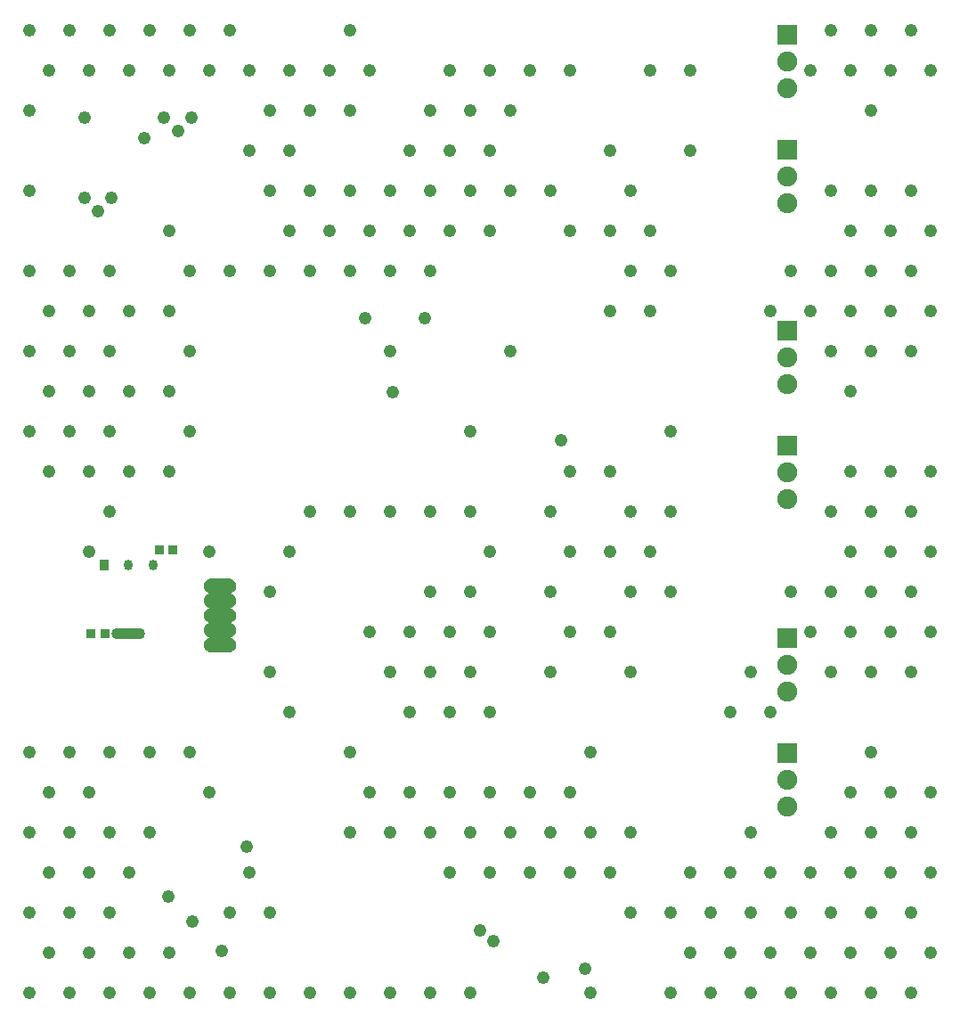
<source format=gbs>
G04*
G04 #@! TF.GenerationSoftware,Altium Limited,Altium Designer,24.7.2 (38)*
G04*
G04 Layer_Color=16711935*
%FSLAX44Y44*%
%MOMM*%
G71*
G04*
G04 #@! TF.SameCoordinates,FD71C0C7-8574-4FF8-A0B1-75ED19D4754F*
G04*
G04*
G04 #@! TF.FilePolarity,Negative*
G04*
G01*
G75*
G04:AMPARAMS|DCode=23|XSize=1.0043mm|YSize=3.1821mm|CornerRadius=0.4369mm|HoleSize=0mm|Usage=FLASHONLY|Rotation=270.000|XOffset=0mm|YOffset=0mm|HoleType=Round|Shape=RoundedRectangle|*
%AMROUNDEDRECTD23*
21,1,1.0043,2.3084,0,0,270.0*
21,1,0.1306,3.1821,0,0,270.0*
1,1,0.8737,-1.1542,-0.0653*
1,1,0.8737,-1.1542,0.0653*
1,1,0.8737,1.1542,0.0653*
1,1,0.8737,1.1542,-0.0653*
%
%ADD23ROUNDEDRECTD23*%
G04:AMPARAMS|DCode=24|XSize=1.0043mm|YSize=0.8721mm|CornerRadius=0.4361mm|HoleSize=0mm|Usage=FLASHONLY|Rotation=270.000|XOffset=0mm|YOffset=0mm|HoleType=Round|Shape=RoundedRectangle|*
%AMROUNDEDRECTD24*
21,1,1.0043,0.0000,0,0,270.0*
21,1,0.1322,0.8721,0,0,270.0*
1,1,0.8721,0.0000,-0.0661*
1,1,0.8721,0.0000,0.0661*
1,1,0.8721,0.0000,0.0661*
1,1,0.8721,0.0000,-0.0661*
%
%ADD24ROUNDEDRECTD24*%
%ADD25R,0.8721X1.0043*%
%ADD54R,0.9032X0.9032*%
%ADD74O,1.7272X1.3462*%
%ADD75R,1.9032X1.9032*%
%ADD76C,1.9032*%
%ADD77C,1.2192*%
G36*
X988365Y699263D02*
X988378Y699264D01*
X988431Y699259D01*
X988484Y699256D01*
X988498Y699253D01*
X988511Y699252D01*
X989459Y699101D01*
X989472Y699099D01*
X989485Y699097D01*
X989537Y699084D01*
X989588Y699072D01*
X989601Y699068D01*
X989614Y699064D01*
X990527Y698768D01*
X990539Y698763D01*
X990552Y698759D01*
X990601Y698738D01*
X990650Y698718D01*
X990662Y698712D01*
X990674Y698707D01*
X991529Y698271D01*
X991541Y698264D01*
X991553Y698259D01*
X991598Y698230D01*
X991644Y698203D01*
X991654Y698195D01*
X991665Y698187D01*
X992442Y697624D01*
X992452Y697615D01*
X992463Y697607D01*
X992503Y697572D01*
X992544Y697538D01*
X992553Y697529D01*
X992563Y697520D01*
X993242Y696841D01*
X993250Y696831D01*
X993260Y696822D01*
X993294Y696781D01*
X993329Y696741D01*
X993337Y696730D01*
X993345Y696720D01*
X993909Y695944D01*
X993916Y695932D01*
X993925Y695922D01*
X993952Y695876D01*
X993980Y695831D01*
X993986Y695819D01*
X993993Y695807D01*
X994428Y694952D01*
X994434Y694940D01*
X994440Y694928D01*
X994460Y694879D01*
X994481Y694830D01*
X994485Y694817D01*
X994490Y694805D01*
X994786Y693892D01*
X994789Y693879D01*
X994794Y693867D01*
X994806Y693815D01*
X994819Y693763D01*
X994820Y693750D01*
X994823Y693737D01*
X994974Y692789D01*
X994975Y692776D01*
X994977Y692763D01*
X994981Y692709D01*
X994986Y692656D01*
X994985Y692643D01*
X994986Y692630D01*
Y691670D01*
X994985Y691657D01*
X994986Y691644D01*
X994981Y691591D01*
X994977Y691537D01*
X994975Y691524D01*
X994974Y691511D01*
X994823Y690563D01*
X994820Y690550D01*
X994819Y690537D01*
X994806Y690485D01*
X994794Y690433D01*
X994789Y690421D01*
X994786Y690408D01*
X994490Y689495D01*
X994484Y689483D01*
X994481Y689470D01*
X994460Y689421D01*
X994440Y689372D01*
X994434Y689360D01*
X994428Y689348D01*
X993993Y688493D01*
X993986Y688481D01*
X993980Y688469D01*
X993952Y688424D01*
X993925Y688378D01*
X993916Y688368D01*
X993909Y688356D01*
X993345Y687580D01*
X993337Y687570D01*
X993329Y687559D01*
X993294Y687519D01*
X993260Y687478D01*
X993250Y687469D01*
X993242Y687459D01*
X992563Y686780D01*
X992553Y686771D01*
X992544Y686762D01*
X992503Y686728D01*
X992463Y686693D01*
X992452Y686685D01*
X992442Y686676D01*
X991665Y686113D01*
X991654Y686105D01*
X991644Y686097D01*
X991598Y686070D01*
X991553Y686041D01*
X991541Y686036D01*
X991529Y686029D01*
X990674Y685593D01*
X990662Y685588D01*
X990650Y685582D01*
X990601Y685562D01*
X990552Y685541D01*
X990539Y685537D01*
X990527Y685532D01*
X989614Y685236D01*
X989601Y685232D01*
X989588Y685228D01*
X989537Y685216D01*
X989485Y685203D01*
X989472Y685201D01*
X989459Y685199D01*
X989247Y685165D01*
X989459Y685132D01*
X989472Y685129D01*
X989485Y685127D01*
X989537Y685114D01*
X989588Y685102D01*
X989601Y685098D01*
X989614Y685094D01*
X990527Y684798D01*
X990539Y684793D01*
X990552Y684789D01*
X990601Y684768D01*
X990650Y684748D01*
X990662Y684742D01*
X990674Y684737D01*
X991529Y684301D01*
X991541Y684294D01*
X991553Y684288D01*
X991598Y684260D01*
X991644Y684233D01*
X991654Y684225D01*
X991665Y684218D01*
X992442Y683653D01*
X992452Y683645D01*
X992463Y683637D01*
X992503Y683602D01*
X992544Y683568D01*
X992553Y683559D01*
X992563Y683550D01*
X993242Y682871D01*
X993250Y682861D01*
X993260Y682852D01*
X993294Y682811D01*
X993329Y682771D01*
X993337Y682760D01*
X993345Y682750D01*
X993909Y681973D01*
X993916Y681962D01*
X993925Y681952D01*
X993952Y681906D01*
X993980Y681861D01*
X993986Y681849D01*
X993993Y681837D01*
X994428Y680982D01*
X994434Y680970D01*
X994440Y680958D01*
X994460Y680909D01*
X994481Y680860D01*
X994485Y680847D01*
X994490Y680835D01*
X994786Y679922D01*
X994789Y679909D01*
X994794Y679897D01*
X994806Y679845D01*
X994819Y679793D01*
X994820Y679780D01*
X994823Y679767D01*
X994974Y678819D01*
X994975Y678806D01*
X994977Y678793D01*
X994981Y678739D01*
X994986Y678686D01*
X994985Y678673D01*
X994986Y678660D01*
Y677700D01*
X994985Y677687D01*
X994986Y677674D01*
X994981Y677621D01*
X994977Y677567D01*
X994975Y677554D01*
X994974Y677541D01*
X994823Y676593D01*
X994820Y676580D01*
X994819Y676567D01*
X994806Y676515D01*
X994794Y676463D01*
X994789Y676451D01*
X994786Y676438D01*
X994490Y675525D01*
X994484Y675513D01*
X994481Y675500D01*
X994460Y675451D01*
X994440Y675402D01*
X994434Y675390D01*
X994428Y675378D01*
X993993Y674523D01*
X993986Y674511D01*
X993980Y674499D01*
X993952Y674454D01*
X993925Y674408D01*
X993916Y674398D01*
X993909Y674387D01*
X993345Y673610D01*
X993337Y673600D01*
X993329Y673589D01*
X993294Y673549D01*
X993260Y673508D01*
X993250Y673499D01*
X993242Y673489D01*
X992563Y672810D01*
X992553Y672801D01*
X992544Y672792D01*
X992503Y672758D01*
X992463Y672722D01*
X992452Y672715D01*
X992442Y672707D01*
X991665Y672142D01*
X991654Y672135D01*
X991644Y672127D01*
X991598Y672100D01*
X991553Y672072D01*
X991541Y672066D01*
X991529Y672059D01*
X990674Y671623D01*
X990662Y671618D01*
X990650Y671612D01*
X990601Y671592D01*
X990552Y671571D01*
X990539Y671567D01*
X990527Y671562D01*
X989614Y671266D01*
X989601Y671263D01*
X989588Y671258D01*
X989537Y671246D01*
X989485Y671233D01*
X989472Y671231D01*
X989459Y671228D01*
X989247Y671195D01*
X989459Y671161D01*
X989472Y671159D01*
X989485Y671157D01*
X989537Y671144D01*
X989588Y671132D01*
X989601Y671127D01*
X989614Y671124D01*
X990527Y670828D01*
X990539Y670823D01*
X990552Y670819D01*
X990601Y670798D01*
X990650Y670778D01*
X990662Y670772D01*
X990674Y670767D01*
X991529Y670331D01*
X991541Y670324D01*
X991553Y670319D01*
X991598Y670290D01*
X991644Y670263D01*
X991654Y670255D01*
X991665Y670247D01*
X992442Y669684D01*
X992452Y669675D01*
X992463Y669668D01*
X992503Y669632D01*
X992544Y669598D01*
X992553Y669589D01*
X992563Y669580D01*
X993242Y668901D01*
X993250Y668891D01*
X993260Y668882D01*
X993294Y668841D01*
X993329Y668801D01*
X993337Y668790D01*
X993345Y668780D01*
X993909Y668003D01*
X993916Y667992D01*
X993925Y667982D01*
X993952Y667936D01*
X993980Y667891D01*
X993986Y667879D01*
X993993Y667867D01*
X994428Y667012D01*
X994434Y667000D01*
X994440Y666988D01*
X994460Y666939D01*
X994481Y666890D01*
X994485Y666877D01*
X994490Y666865D01*
X994786Y665952D01*
X994789Y665939D01*
X994794Y665927D01*
X994806Y665875D01*
X994819Y665823D01*
X994820Y665810D01*
X994823Y665797D01*
X994974Y664849D01*
X994975Y664836D01*
X994977Y664823D01*
X994981Y664769D01*
X994986Y664716D01*
X994985Y664703D01*
X994986Y664690D01*
Y663730D01*
X994985Y663717D01*
X994986Y663704D01*
X994981Y663651D01*
X994977Y663597D01*
X994975Y663584D01*
X994974Y663571D01*
X994823Y662623D01*
X994820Y662610D01*
X994819Y662597D01*
X994806Y662545D01*
X994794Y662493D01*
X994789Y662481D01*
X994786Y662468D01*
X994490Y661555D01*
X994484Y661543D01*
X994481Y661530D01*
X994460Y661481D01*
X994440Y661432D01*
X994434Y661420D01*
X994428Y661408D01*
X993993Y660553D01*
X993986Y660541D01*
X993980Y660529D01*
X993952Y660484D01*
X993925Y660438D01*
X993916Y660428D01*
X993909Y660416D01*
X993345Y659640D01*
X993337Y659630D01*
X993329Y659619D01*
X993294Y659579D01*
X993260Y659538D01*
X993250Y659529D01*
X993242Y659519D01*
X992563Y658840D01*
X992553Y658831D01*
X992544Y658822D01*
X992503Y658788D01*
X992463Y658753D01*
X992452Y658745D01*
X992442Y658736D01*
X991665Y658173D01*
X991654Y658165D01*
X991644Y658157D01*
X991598Y658130D01*
X991553Y658102D01*
X991541Y658096D01*
X991529Y658089D01*
X990674Y657653D01*
X990662Y657648D01*
X990650Y657642D01*
X990601Y657622D01*
X990552Y657601D01*
X990539Y657597D01*
X990527Y657592D01*
X989614Y657296D01*
X989601Y657292D01*
X989588Y657288D01*
X989537Y657276D01*
X989485Y657263D01*
X989472Y657261D01*
X989459Y657259D01*
X989247Y657225D01*
X989459Y657191D01*
X989472Y657189D01*
X989485Y657187D01*
X989537Y657174D01*
X989588Y657162D01*
X989601Y657158D01*
X989614Y657154D01*
X990527Y656858D01*
X990539Y656853D01*
X990552Y656849D01*
X990601Y656828D01*
X990650Y656808D01*
X990662Y656802D01*
X990674Y656797D01*
X991529Y656361D01*
X991541Y656354D01*
X991553Y656348D01*
X991598Y656320D01*
X991644Y656293D01*
X991654Y656285D01*
X991665Y656277D01*
X992442Y655714D01*
X992452Y655705D01*
X992463Y655697D01*
X992503Y655662D01*
X992544Y655628D01*
X992553Y655619D01*
X992563Y655610D01*
X993242Y654931D01*
X993250Y654921D01*
X993260Y654912D01*
X993294Y654871D01*
X993329Y654831D01*
X993337Y654820D01*
X993345Y654810D01*
X993909Y654034D01*
X993916Y654022D01*
X993925Y654012D01*
X993952Y653966D01*
X993980Y653921D01*
X993986Y653909D01*
X993993Y653897D01*
X994428Y653042D01*
X994434Y653030D01*
X994440Y653018D01*
X994460Y652969D01*
X994481Y652920D01*
X994485Y652907D01*
X994490Y652895D01*
X994786Y651982D01*
X994789Y651969D01*
X994794Y651957D01*
X994806Y651905D01*
X994819Y651853D01*
X994820Y651840D01*
X994823Y651827D01*
X994974Y650879D01*
X994975Y650866D01*
X994977Y650853D01*
X994981Y650799D01*
X994986Y650746D01*
X994985Y650733D01*
X994986Y650720D01*
Y649760D01*
X994985Y649747D01*
X994986Y649734D01*
X994981Y649681D01*
X994977Y649627D01*
X994975Y649614D01*
X994974Y649601D01*
X994823Y648653D01*
X994820Y648640D01*
X994819Y648627D01*
X994806Y648575D01*
X994794Y648523D01*
X994789Y648511D01*
X994786Y648498D01*
X994490Y647585D01*
X994484Y647573D01*
X994481Y647560D01*
X994460Y647511D01*
X994440Y647462D01*
X994434Y647450D01*
X994428Y647438D01*
X993993Y646583D01*
X993986Y646571D01*
X993980Y646559D01*
X993952Y646514D01*
X993925Y646468D01*
X993916Y646458D01*
X993909Y646447D01*
X993345Y645670D01*
X993337Y645660D01*
X993329Y645649D01*
X993294Y645609D01*
X993260Y645568D01*
X993250Y645559D01*
X993242Y645549D01*
X992563Y644870D01*
X992553Y644861D01*
X992544Y644852D01*
X992503Y644818D01*
X992463Y644782D01*
X992452Y644775D01*
X992442Y644766D01*
X991665Y644202D01*
X991654Y644195D01*
X991644Y644187D01*
X991598Y644160D01*
X991553Y644131D01*
X991541Y644126D01*
X991529Y644119D01*
X990674Y643683D01*
X990662Y643678D01*
X990650Y643672D01*
X990601Y643652D01*
X990552Y643631D01*
X990539Y643627D01*
X990527Y643622D01*
X989614Y643326D01*
X989601Y643323D01*
X989588Y643318D01*
X989537Y643306D01*
X989485Y643293D01*
X989472Y643291D01*
X989459Y643288D01*
X989247Y643255D01*
X989459Y643222D01*
X989472Y643219D01*
X989485Y643217D01*
X989537Y643204D01*
X989588Y643192D01*
X989601Y643187D01*
X989614Y643184D01*
X990527Y642888D01*
X990539Y642883D01*
X990552Y642879D01*
X990601Y642858D01*
X990650Y642838D01*
X990662Y642832D01*
X990674Y642827D01*
X991529Y642391D01*
X991541Y642384D01*
X991553Y642378D01*
X991598Y642350D01*
X991644Y642323D01*
X991654Y642315D01*
X991665Y642308D01*
X992442Y641743D01*
X992452Y641735D01*
X992463Y641728D01*
X992503Y641692D01*
X992544Y641658D01*
X992553Y641649D01*
X992563Y641640D01*
X993242Y640961D01*
X993250Y640951D01*
X993260Y640942D01*
X993294Y640901D01*
X993329Y640861D01*
X993337Y640850D01*
X993345Y640840D01*
X993909Y640063D01*
X993916Y640052D01*
X993925Y640042D01*
X993952Y639996D01*
X993980Y639951D01*
X993986Y639939D01*
X993993Y639927D01*
X994428Y639072D01*
X994434Y639060D01*
X994440Y639048D01*
X994460Y638999D01*
X994481Y638950D01*
X994485Y638937D01*
X994490Y638925D01*
X994786Y638012D01*
X994789Y637999D01*
X994794Y637987D01*
X994806Y637935D01*
X994819Y637883D01*
X994820Y637870D01*
X994823Y637857D01*
X994974Y636909D01*
X994975Y636896D01*
X994977Y636883D01*
X994981Y636829D01*
X994986Y636776D01*
X994985Y636763D01*
X994986Y636750D01*
Y635790D01*
X994985Y635777D01*
X994986Y635764D01*
X994981Y635711D01*
X994977Y635657D01*
X994975Y635644D01*
X994974Y635631D01*
X994823Y634683D01*
X994820Y634670D01*
X994819Y634657D01*
X994806Y634605D01*
X994794Y634553D01*
X994789Y634541D01*
X994786Y634528D01*
X994490Y633615D01*
X994484Y633603D01*
X994481Y633590D01*
X994460Y633541D01*
X994440Y633492D01*
X994434Y633480D01*
X994428Y633468D01*
X993993Y632613D01*
X993986Y632601D01*
X993980Y632589D01*
X993952Y632544D01*
X993925Y632498D01*
X993916Y632488D01*
X993909Y632477D01*
X993345Y631700D01*
X993337Y631690D01*
X993329Y631679D01*
X993294Y631639D01*
X993260Y631598D01*
X993250Y631589D01*
X993242Y631579D01*
X992563Y630900D01*
X992553Y630891D01*
X992544Y630882D01*
X992503Y630848D01*
X992463Y630812D01*
X992452Y630805D01*
X992442Y630797D01*
X991665Y630233D01*
X991654Y630225D01*
X991644Y630217D01*
X991598Y630190D01*
X991553Y630162D01*
X991541Y630156D01*
X991529Y630149D01*
X990674Y629713D01*
X990662Y629708D01*
X990650Y629702D01*
X990601Y629682D01*
X990552Y629661D01*
X990539Y629657D01*
X990527Y629652D01*
X989614Y629356D01*
X989601Y629352D01*
X989588Y629348D01*
X989537Y629336D01*
X989485Y629323D01*
X989472Y629321D01*
X989459Y629319D01*
X988511Y629168D01*
X988498Y629167D01*
X988484Y629165D01*
X988431Y629161D01*
X988378Y629156D01*
X988365Y629157D01*
X988352Y629156D01*
X970882D01*
X970869Y629157D01*
X970855Y629156D01*
X970803Y629161D01*
X970749Y629165D01*
X970736Y629167D01*
X970723Y629168D01*
X969775Y629319D01*
X969762Y629321D01*
X969749Y629323D01*
X969697Y629336D01*
X969645Y629348D01*
X969633Y629352D01*
X969620Y629356D01*
X968707Y629652D01*
X968695Y629657D01*
X968682Y629661D01*
X968633Y629682D01*
X968584Y629702D01*
X968572Y629708D01*
X968559Y629713D01*
X967705Y630149D01*
X967693Y630156D01*
X967681Y630162D01*
X967636Y630190D01*
X967590Y630217D01*
X967580Y630225D01*
X967568Y630233D01*
X966792Y630797D01*
X966782Y630805D01*
X966771Y630812D01*
X966730Y630848D01*
X966690Y630882D01*
X966681Y630891D01*
X966671Y630900D01*
X965992Y631579D01*
X965983Y631589D01*
X965974Y631598D01*
X965940Y631639D01*
X965904Y631679D01*
X965897Y631690D01*
X965888Y631700D01*
X965324Y632477D01*
X965317Y632488D01*
X965309Y632498D01*
X965282Y632544D01*
X965253Y632589D01*
X965248Y632601D01*
X965241Y632613D01*
X964805Y633468D01*
X964800Y633480D01*
X964793Y633492D01*
X964774Y633541D01*
X964753Y633590D01*
X964749Y633603D01*
X964744Y633615D01*
X964448Y634528D01*
X964444Y634541D01*
X964440Y634553D01*
X964428Y634605D01*
X964415Y634657D01*
X964413Y634670D01*
X964410Y634683D01*
X964260Y635631D01*
X964259Y635644D01*
X964256Y635657D01*
X964253Y635711D01*
X964248Y635764D01*
X964249Y635777D01*
X964248Y635790D01*
Y636750D01*
X964249Y636763D01*
X964248Y636776D01*
X964253Y636829D01*
X964256Y636883D01*
X964259Y636896D01*
X964260Y636909D01*
X964410Y637857D01*
X964413Y637870D01*
X964415Y637883D01*
X964428Y637935D01*
X964440Y637987D01*
X964444Y637999D01*
X964448Y638012D01*
X964744Y638925D01*
X964749Y638937D01*
X964753Y638950D01*
X964774Y638999D01*
X964793Y639048D01*
X964800Y639060D01*
X964805Y639072D01*
X965241Y639927D01*
X965248Y639939D01*
X965253Y639951D01*
X965282Y639996D01*
X965309Y640042D01*
X965317Y640052D01*
X965324Y640063D01*
X965888Y640840D01*
X965897Y640850D01*
X965904Y640861D01*
X965940Y640901D01*
X965974Y640942D01*
X965983Y640951D01*
X965992Y640961D01*
X966671Y641640D01*
X966681Y641649D01*
X966690Y641658D01*
X966730Y641692D01*
X966771Y641728D01*
X966782Y641735D01*
X966792Y641743D01*
X967568Y642308D01*
X967580Y642315D01*
X967590Y642323D01*
X967636Y642350D01*
X967681Y642378D01*
X967693Y642384D01*
X967705Y642391D01*
X968559Y642827D01*
X968572Y642832D01*
X968584Y642838D01*
X968633Y642858D01*
X968682Y642879D01*
X968695Y642883D01*
X968707Y642888D01*
X969620Y643184D01*
X969633Y643187D01*
X969645Y643192D01*
X969697Y643204D01*
X969749Y643217D01*
X969762Y643219D01*
X969775Y643222D01*
X969986Y643255D01*
X969775Y643288D01*
X969762Y643291D01*
X969749Y643293D01*
X969697Y643306D01*
X969645Y643318D01*
X969633Y643323D01*
X969620Y643326D01*
X968707Y643622D01*
X968695Y643627D01*
X968682Y643631D01*
X968633Y643652D01*
X968584Y643672D01*
X968572Y643678D01*
X968559Y643683D01*
X967705Y644119D01*
X967693Y644126D01*
X967681Y644131D01*
X967636Y644160D01*
X967590Y644187D01*
X967580Y644195D01*
X967568Y644202D01*
X966792Y644766D01*
X966782Y644775D01*
X966771Y644782D01*
X966730Y644818D01*
X966690Y644852D01*
X966681Y644861D01*
X966671Y644870D01*
X965992Y645549D01*
X965983Y645559D01*
X965974Y645568D01*
X965940Y645609D01*
X965904Y645649D01*
X965897Y645660D01*
X965888Y645670D01*
X965324Y646447D01*
X965317Y646458D01*
X965309Y646468D01*
X965282Y646514D01*
X965253Y646559D01*
X965248Y646571D01*
X965241Y646583D01*
X964805Y647438D01*
X964800Y647450D01*
X964793Y647462D01*
X964774Y647511D01*
X964753Y647560D01*
X964749Y647573D01*
X964744Y647585D01*
X964448Y648498D01*
X964444Y648511D01*
X964440Y648523D01*
X964428Y648575D01*
X964415Y648627D01*
X964413Y648640D01*
X964410Y648653D01*
X964260Y649601D01*
X964259Y649614D01*
X964256Y649627D01*
X964253Y649681D01*
X964248Y649734D01*
X964249Y649747D01*
X964248Y649760D01*
Y650720D01*
X964249Y650733D01*
X964248Y650746D01*
X964253Y650799D01*
X964256Y650853D01*
X964259Y650866D01*
X964260Y650879D01*
X964410Y651827D01*
X964413Y651840D01*
X964415Y651853D01*
X964428Y651905D01*
X964440Y651957D01*
X964444Y651969D01*
X964448Y651982D01*
X964744Y652895D01*
X964749Y652907D01*
X964753Y652920D01*
X964774Y652969D01*
X964793Y653018D01*
X964800Y653030D01*
X964805Y653042D01*
X965241Y653897D01*
X965248Y653909D01*
X965253Y653921D01*
X965282Y653966D01*
X965309Y654012D01*
X965317Y654022D01*
X965324Y654034D01*
X965888Y654810D01*
X965897Y654820D01*
X965904Y654831D01*
X965940Y654871D01*
X965974Y654912D01*
X965983Y654921D01*
X965992Y654931D01*
X966671Y655610D01*
X966681Y655619D01*
X966690Y655628D01*
X966730Y655662D01*
X966771Y655697D01*
X966782Y655705D01*
X966792Y655714D01*
X967568Y656277D01*
X967580Y656285D01*
X967590Y656293D01*
X967636Y656320D01*
X967681Y656348D01*
X967693Y656354D01*
X967705Y656361D01*
X968559Y656797D01*
X968572Y656802D01*
X968584Y656808D01*
X968633Y656828D01*
X968682Y656849D01*
X968695Y656853D01*
X968707Y656858D01*
X969620Y657154D01*
X969633Y657158D01*
X969645Y657162D01*
X969697Y657174D01*
X969749Y657187D01*
X969762Y657189D01*
X969775Y657191D01*
X969986Y657225D01*
X969775Y657259D01*
X969762Y657261D01*
X969749Y657263D01*
X969697Y657276D01*
X969645Y657288D01*
X969633Y657292D01*
X969620Y657296D01*
X968707Y657592D01*
X968695Y657597D01*
X968682Y657601D01*
X968633Y657622D01*
X968584Y657642D01*
X968572Y657648D01*
X968559Y657653D01*
X967705Y658089D01*
X967693Y658096D01*
X967681Y658102D01*
X967636Y658130D01*
X967590Y658157D01*
X967580Y658165D01*
X967568Y658173D01*
X966792Y658736D01*
X966782Y658745D01*
X966771Y658753D01*
X966730Y658788D01*
X966690Y658822D01*
X966681Y658831D01*
X966671Y658840D01*
X965992Y659519D01*
X965983Y659529D01*
X965974Y659538D01*
X965940Y659579D01*
X965904Y659619D01*
X965897Y659630D01*
X965888Y659640D01*
X965324Y660416D01*
X965317Y660428D01*
X965309Y660438D01*
X965282Y660484D01*
X965253Y660529D01*
X965248Y660541D01*
X965241Y660553D01*
X964805Y661408D01*
X964800Y661420D01*
X964793Y661432D01*
X964774Y661481D01*
X964753Y661530D01*
X964749Y661543D01*
X964744Y661555D01*
X964448Y662468D01*
X964444Y662481D01*
X964440Y662493D01*
X964428Y662545D01*
X964415Y662597D01*
X964413Y662610D01*
X964410Y662623D01*
X964260Y663571D01*
X964259Y663584D01*
X964256Y663597D01*
X964253Y663651D01*
X964248Y663704D01*
X964249Y663717D01*
X964248Y663730D01*
Y664690D01*
X964249Y664703D01*
X964248Y664716D01*
X964253Y664769D01*
X964256Y664823D01*
X964259Y664836D01*
X964260Y664849D01*
X964410Y665797D01*
X964413Y665810D01*
X964415Y665823D01*
X964428Y665875D01*
X964440Y665927D01*
X964444Y665939D01*
X964448Y665952D01*
X964744Y666865D01*
X964749Y666877D01*
X964753Y666890D01*
X964774Y666939D01*
X964793Y666988D01*
X964800Y667000D01*
X964805Y667012D01*
X965241Y667867D01*
X965248Y667879D01*
X965253Y667891D01*
X965282Y667936D01*
X965309Y667982D01*
X965317Y667992D01*
X965324Y668003D01*
X965888Y668780D01*
X965897Y668790D01*
X965904Y668801D01*
X965940Y668841D01*
X965974Y668882D01*
X965983Y668891D01*
X965992Y668901D01*
X966671Y669580D01*
X966681Y669589D01*
X966690Y669598D01*
X966730Y669632D01*
X966771Y669668D01*
X966782Y669675D01*
X966792Y669684D01*
X967568Y670247D01*
X967580Y670255D01*
X967590Y670263D01*
X967636Y670290D01*
X967681Y670319D01*
X967693Y670324D01*
X967705Y670331D01*
X968559Y670767D01*
X968572Y670772D01*
X968584Y670778D01*
X968633Y670798D01*
X968682Y670819D01*
X968695Y670823D01*
X968707Y670828D01*
X969620Y671124D01*
X969633Y671127D01*
X969645Y671132D01*
X969697Y671144D01*
X969749Y671157D01*
X969762Y671159D01*
X969775Y671161D01*
X969986Y671195D01*
X969775Y671228D01*
X969762Y671231D01*
X969749Y671233D01*
X969697Y671246D01*
X969645Y671258D01*
X969633Y671263D01*
X969620Y671266D01*
X968707Y671562D01*
X968695Y671567D01*
X968682Y671571D01*
X968633Y671592D01*
X968584Y671612D01*
X968572Y671618D01*
X968559Y671623D01*
X967705Y672059D01*
X967693Y672066D01*
X967681Y672072D01*
X967636Y672100D01*
X967590Y672127D01*
X967580Y672135D01*
X967568Y672142D01*
X966792Y672707D01*
X966782Y672715D01*
X966771Y672722D01*
X966730Y672758D01*
X966690Y672792D01*
X966681Y672801D01*
X966671Y672810D01*
X965992Y673489D01*
X965983Y673499D01*
X965974Y673508D01*
X965940Y673549D01*
X965904Y673589D01*
X965897Y673600D01*
X965888Y673610D01*
X965324Y674387D01*
X965317Y674398D01*
X965309Y674408D01*
X965282Y674454D01*
X965253Y674499D01*
X965248Y674511D01*
X965241Y674523D01*
X964805Y675378D01*
X964800Y675390D01*
X964793Y675402D01*
X964774Y675451D01*
X964753Y675500D01*
X964749Y675513D01*
X964744Y675525D01*
X964448Y676438D01*
X964444Y676451D01*
X964440Y676463D01*
X964428Y676515D01*
X964415Y676567D01*
X964413Y676580D01*
X964410Y676593D01*
X964260Y677541D01*
X964259Y677554D01*
X964256Y677567D01*
X964253Y677621D01*
X964248Y677674D01*
X964249Y677687D01*
X964248Y677700D01*
Y678660D01*
X964249Y678673D01*
X964248Y678686D01*
X964253Y678739D01*
X964256Y678793D01*
X964259Y678806D01*
X964260Y678819D01*
X964410Y679767D01*
X964413Y679780D01*
X964415Y679793D01*
X964428Y679845D01*
X964440Y679897D01*
X964444Y679909D01*
X964448Y679922D01*
X964744Y680835D01*
X964749Y680847D01*
X964753Y680860D01*
X964774Y680909D01*
X964793Y680958D01*
X964800Y680970D01*
X964805Y680982D01*
X965241Y681837D01*
X965248Y681849D01*
X965253Y681861D01*
X965282Y681906D01*
X965309Y681952D01*
X965317Y681962D01*
X965324Y681973D01*
X965888Y682750D01*
X965897Y682760D01*
X965904Y682771D01*
X965940Y682811D01*
X965974Y682852D01*
X965983Y682861D01*
X965992Y682871D01*
X966671Y683550D01*
X966681Y683559D01*
X966690Y683568D01*
X966730Y683602D01*
X966771Y683637D01*
X966782Y683645D01*
X966792Y683653D01*
X967568Y684218D01*
X967580Y684225D01*
X967590Y684233D01*
X967636Y684260D01*
X967681Y684288D01*
X967693Y684294D01*
X967705Y684301D01*
X968559Y684737D01*
X968572Y684742D01*
X968584Y684748D01*
X968633Y684768D01*
X968682Y684789D01*
X968695Y684793D01*
X968707Y684798D01*
X969620Y685094D01*
X969633Y685098D01*
X969645Y685102D01*
X969697Y685114D01*
X969749Y685127D01*
X969762Y685129D01*
X969775Y685132D01*
X969986Y685165D01*
X969775Y685199D01*
X969762Y685201D01*
X969749Y685203D01*
X969697Y685216D01*
X969645Y685228D01*
X969633Y685232D01*
X969620Y685236D01*
X968707Y685532D01*
X968695Y685537D01*
X968682Y685541D01*
X968633Y685562D01*
X968584Y685582D01*
X968572Y685588D01*
X968559Y685593D01*
X967705Y686029D01*
X967693Y686036D01*
X967681Y686041D01*
X967636Y686070D01*
X967590Y686097D01*
X967580Y686105D01*
X967568Y686113D01*
X966792Y686676D01*
X966782Y686685D01*
X966771Y686693D01*
X966730Y686728D01*
X966690Y686762D01*
X966681Y686771D01*
X966671Y686780D01*
X965992Y687459D01*
X965983Y687469D01*
X965974Y687478D01*
X965940Y687519D01*
X965904Y687559D01*
X965897Y687570D01*
X965888Y687580D01*
X965324Y688356D01*
X965317Y688368D01*
X965309Y688378D01*
X965282Y688424D01*
X965253Y688469D01*
X965248Y688481D01*
X965241Y688493D01*
X964805Y689348D01*
X964800Y689360D01*
X964793Y689372D01*
X964774Y689421D01*
X964753Y689470D01*
X964749Y689483D01*
X964744Y689495D01*
X964448Y690408D01*
X964444Y690421D01*
X964440Y690433D01*
X964428Y690485D01*
X964415Y690537D01*
X964413Y690550D01*
X964410Y690563D01*
X964260Y691511D01*
X964259Y691524D01*
X964256Y691537D01*
X964253Y691591D01*
X964248Y691644D01*
X964249Y691657D01*
X964248Y691670D01*
Y692630D01*
X964249Y692643D01*
X964248Y692656D01*
X964253Y692709D01*
X964256Y692763D01*
X964259Y692776D01*
X964260Y692789D01*
X964410Y693737D01*
X964413Y693750D01*
X964415Y693763D01*
X964428Y693815D01*
X964440Y693867D01*
X964444Y693879D01*
X964448Y693892D01*
X964744Y694805D01*
X964749Y694817D01*
X964753Y694830D01*
X964774Y694879D01*
X964793Y694928D01*
X964800Y694940D01*
X964805Y694952D01*
X965241Y695807D01*
X965248Y695819D01*
X965253Y695831D01*
X965282Y695876D01*
X965309Y695922D01*
X965317Y695932D01*
X965324Y695944D01*
X965888Y696720D01*
X965897Y696730D01*
X965904Y696741D01*
X965940Y696781D01*
X965974Y696822D01*
X965983Y696831D01*
X965992Y696841D01*
X966671Y697520D01*
X966681Y697529D01*
X966690Y697538D01*
X966730Y697572D01*
X966771Y697607D01*
X966782Y697615D01*
X966792Y697624D01*
X967568Y698187D01*
X967580Y698195D01*
X967590Y698203D01*
X967636Y698230D01*
X967681Y698259D01*
X967693Y698264D01*
X967705Y698271D01*
X968559Y698707D01*
X968572Y698712D01*
X968584Y698718D01*
X968633Y698738D01*
X968682Y698759D01*
X968695Y698763D01*
X968707Y698768D01*
X969620Y699064D01*
X969633Y699068D01*
X969645Y699072D01*
X969697Y699084D01*
X969749Y699097D01*
X969762Y699099D01*
X969775Y699101D01*
X970723Y699252D01*
X970736Y699253D01*
X970749Y699256D01*
X970803Y699259D01*
X970855Y699264D01*
X970869Y699263D01*
X970882Y699264D01*
X988352D01*
X988365Y699263D01*
D02*
G37*
D23*
X892810Y646430D02*
D03*
D24*
Y712330D02*
D03*
X915710D02*
D03*
D25*
X869910D02*
D03*
D54*
X934870Y726440D02*
D03*
X921870D02*
D03*
X857100Y646430D02*
D03*
X870100D02*
D03*
D74*
X973328Y636270D02*
D03*
Y650240D02*
D03*
Y664210D02*
D03*
Y678180D02*
D03*
Y692150D02*
D03*
D75*
X1518920Y1215690D02*
D03*
Y1106370D02*
D03*
Y934920D02*
D03*
Y825500D02*
D03*
Y642820D02*
D03*
Y533600D02*
D03*
D76*
Y1190190D02*
D03*
Y1164690D02*
D03*
Y1080870D02*
D03*
Y1055370D02*
D03*
Y909420D02*
D03*
Y883920D02*
D03*
Y800000D02*
D03*
Y774500D02*
D03*
Y617320D02*
D03*
Y591820D02*
D03*
Y508100D02*
D03*
Y482600D02*
D03*
D77*
X1143986Y876498D02*
D03*
X1174750Y946150D02*
D03*
X1117600D02*
D03*
X908050Y1117600D02*
D03*
X850900Y1136650D02*
D03*
X863600Y1047750D02*
D03*
X876300Y1060450D02*
D03*
X850900D02*
D03*
X939800Y1123950D02*
D03*
X952500Y1136650D02*
D03*
X926147Y1136839D02*
D03*
X1239520Y354330D02*
D03*
X1226820Y364490D02*
D03*
X1005079Y444153D02*
D03*
X1303529Y830233D02*
D03*
X980949Y345093D02*
D03*
X953009Y373033D02*
D03*
X930149Y397163D02*
D03*
X1287019Y319693D02*
D03*
X1326389Y328583D02*
D03*
X1636521Y1219547D02*
D03*
X1655571Y1181447D02*
D03*
X1636521Y1067147D02*
D03*
X1655571Y1029047D02*
D03*
X1636521Y990947D02*
D03*
X1655571Y952847D02*
D03*
X1636521Y914747D02*
D03*
X1655571Y800447D02*
D03*
X1636521Y762347D02*
D03*
X1655571Y724247D02*
D03*
X1636521Y686147D02*
D03*
X1655571Y648047D02*
D03*
X1636521Y609947D02*
D03*
X1655571Y495647D02*
D03*
X1636521Y457547D02*
D03*
X1655571Y419447D02*
D03*
X1636521Y381347D02*
D03*
X1655571Y343247D02*
D03*
X1636521Y305147D02*
D03*
X1598421Y1219547D02*
D03*
X1617471Y1181447D02*
D03*
X1598421Y1143347D02*
D03*
Y1067147D02*
D03*
X1617471Y1029047D02*
D03*
X1598421Y990947D02*
D03*
X1617471Y952847D02*
D03*
X1598421Y914747D02*
D03*
X1617471Y800447D02*
D03*
X1598421Y762347D02*
D03*
X1617471Y724247D02*
D03*
X1598421Y686147D02*
D03*
X1617471Y648047D02*
D03*
X1598421Y609947D02*
D03*
Y533747D02*
D03*
X1617471Y495647D02*
D03*
X1598421Y457547D02*
D03*
X1617471Y419447D02*
D03*
X1598421Y381347D02*
D03*
X1617471Y343247D02*
D03*
X1598421Y305147D02*
D03*
X1560321Y1219547D02*
D03*
X1579371Y1181447D02*
D03*
X1560321Y1067147D02*
D03*
X1579371Y1029047D02*
D03*
X1560321Y990947D02*
D03*
X1579371Y952847D02*
D03*
X1560321Y914747D02*
D03*
X1579371Y876647D02*
D03*
Y800447D02*
D03*
X1560321Y762347D02*
D03*
X1579371Y724247D02*
D03*
X1560321Y686147D02*
D03*
X1579371Y648047D02*
D03*
X1560321Y609947D02*
D03*
X1579371Y495647D02*
D03*
X1560321Y457547D02*
D03*
X1579371Y419447D02*
D03*
X1560321Y381347D02*
D03*
X1579371Y343247D02*
D03*
X1560321Y305147D02*
D03*
X1541271Y1181447D02*
D03*
X1522221Y990947D02*
D03*
X1541271Y952847D02*
D03*
X1522221Y686147D02*
D03*
X1541271Y648047D02*
D03*
Y419447D02*
D03*
X1522221Y381347D02*
D03*
X1541271Y343247D02*
D03*
X1522221Y305147D02*
D03*
X1503171Y952847D02*
D03*
X1484121Y609947D02*
D03*
X1503171Y571847D02*
D03*
X1484121Y457547D02*
D03*
X1503171Y419447D02*
D03*
X1484121Y381347D02*
D03*
X1503171Y343247D02*
D03*
X1484121Y305147D02*
D03*
X1465071Y571847D02*
D03*
Y419447D02*
D03*
X1446021Y381347D02*
D03*
X1465071Y343247D02*
D03*
X1446021Y305147D02*
D03*
X1426971Y1181447D02*
D03*
Y1105247D02*
D03*
X1407921Y990947D02*
D03*
Y838547D02*
D03*
Y762347D02*
D03*
Y686147D02*
D03*
X1426971Y419447D02*
D03*
X1407921Y381347D02*
D03*
X1426971Y343247D02*
D03*
X1407921Y305147D02*
D03*
X1388871Y1181447D02*
D03*
X1369821Y1067147D02*
D03*
X1388871Y1029047D02*
D03*
X1369821Y990947D02*
D03*
X1388871Y952847D02*
D03*
X1369821Y762347D02*
D03*
X1388871Y724247D02*
D03*
X1369821Y686147D02*
D03*
Y609947D02*
D03*
Y457547D02*
D03*
Y381347D02*
D03*
X1350771Y1105247D02*
D03*
Y1029047D02*
D03*
Y952847D02*
D03*
Y800447D02*
D03*
Y724247D02*
D03*
Y648047D02*
D03*
X1331721Y533747D02*
D03*
Y457547D02*
D03*
X1350771Y419447D02*
D03*
X1331721Y305147D02*
D03*
X1312671Y1181447D02*
D03*
X1293621Y1067147D02*
D03*
X1312671Y1029047D02*
D03*
Y800447D02*
D03*
X1293621Y762347D02*
D03*
X1312671Y724247D02*
D03*
X1293621Y686147D02*
D03*
X1312671Y648047D02*
D03*
X1293621Y609947D02*
D03*
X1312671Y495647D02*
D03*
X1293621Y457547D02*
D03*
X1312671Y419447D02*
D03*
X1274571Y1181447D02*
D03*
X1255521Y1143347D02*
D03*
Y1067147D02*
D03*
Y914747D02*
D03*
X1274571Y495647D02*
D03*
X1255521Y457547D02*
D03*
X1274571Y419447D02*
D03*
X1236471Y1181447D02*
D03*
X1217421Y1143347D02*
D03*
X1236471Y1105247D02*
D03*
X1217421Y1067147D02*
D03*
X1236471Y1029047D02*
D03*
X1217421Y838547D02*
D03*
Y762347D02*
D03*
X1236471Y724247D02*
D03*
X1217421Y686147D02*
D03*
X1236471Y648047D02*
D03*
X1217421Y609947D02*
D03*
X1236471Y571847D02*
D03*
Y495647D02*
D03*
X1217421Y457547D02*
D03*
X1236471Y419447D02*
D03*
X1217421Y305147D02*
D03*
X1198371Y1181447D02*
D03*
X1179321Y1143347D02*
D03*
X1198371Y1105247D02*
D03*
X1179321Y1067147D02*
D03*
X1198371Y1029047D02*
D03*
X1179321Y990947D02*
D03*
Y762347D02*
D03*
Y686147D02*
D03*
X1198371Y648047D02*
D03*
X1179321Y609947D02*
D03*
X1198371Y571847D02*
D03*
Y495647D02*
D03*
X1179321Y457547D02*
D03*
X1198371Y419447D02*
D03*
X1179321Y305147D02*
D03*
X1160271Y1105247D02*
D03*
X1141221Y1067147D02*
D03*
X1160271Y1029047D02*
D03*
X1141221Y990947D02*
D03*
Y914747D02*
D03*
Y762347D02*
D03*
X1160271Y648047D02*
D03*
X1141221Y609947D02*
D03*
X1160271Y571847D02*
D03*
Y495647D02*
D03*
X1141221Y457547D02*
D03*
Y305147D02*
D03*
X1103121Y1219547D02*
D03*
X1122171Y1181447D02*
D03*
X1103121Y1143347D02*
D03*
Y1067147D02*
D03*
X1122171Y1029047D02*
D03*
X1103121Y990947D02*
D03*
Y762347D02*
D03*
X1122171Y648047D02*
D03*
X1103121Y533747D02*
D03*
X1122171Y495647D02*
D03*
X1103121Y457547D02*
D03*
Y305147D02*
D03*
X1084071Y1181447D02*
D03*
X1065021Y1143347D02*
D03*
Y1067147D02*
D03*
X1084071Y1029047D02*
D03*
X1065021Y990947D02*
D03*
Y762347D02*
D03*
Y305147D02*
D03*
X1045971Y1181447D02*
D03*
X1026921Y1143347D02*
D03*
X1045971Y1105247D02*
D03*
X1026921Y1067147D02*
D03*
X1045971Y1029047D02*
D03*
X1026921Y990947D02*
D03*
X1045971Y724247D02*
D03*
X1026921Y686147D02*
D03*
Y609947D02*
D03*
X1045971Y571847D02*
D03*
X1026921Y381347D02*
D03*
Y305147D02*
D03*
X988821Y1219547D02*
D03*
X1007871Y1181447D02*
D03*
Y1105247D02*
D03*
X988821Y990947D02*
D03*
X1007871Y419447D02*
D03*
X988821Y381347D02*
D03*
Y305147D02*
D03*
X950721Y1219547D02*
D03*
X969771Y1181447D02*
D03*
X950721Y990947D02*
D03*
Y914747D02*
D03*
Y838547D02*
D03*
X969771Y724247D02*
D03*
X950721Y533747D02*
D03*
X969771Y495647D02*
D03*
X950721Y305147D02*
D03*
X912621Y1219547D02*
D03*
X931671Y1181447D02*
D03*
Y1029047D02*
D03*
Y952847D02*
D03*
Y876647D02*
D03*
Y800447D02*
D03*
X912621Y533747D02*
D03*
Y457547D02*
D03*
X931671Y343247D02*
D03*
X912621Y305147D02*
D03*
X874521Y1219547D02*
D03*
X893571Y1181447D02*
D03*
X874521Y990947D02*
D03*
X893571Y952847D02*
D03*
X874521Y914747D02*
D03*
X893571Y876647D02*
D03*
X874521Y838547D02*
D03*
X893571Y800447D02*
D03*
X874521Y762347D02*
D03*
Y533747D02*
D03*
Y457547D02*
D03*
X893571Y419447D02*
D03*
X874521Y381347D02*
D03*
X893571Y343247D02*
D03*
X874521Y305147D02*
D03*
X836421Y1219547D02*
D03*
X855471Y1181447D02*
D03*
X836421Y990947D02*
D03*
X855471Y952847D02*
D03*
X836421Y914747D02*
D03*
X855471Y876647D02*
D03*
X836421Y838547D02*
D03*
X855471Y800447D02*
D03*
Y724247D02*
D03*
X836421Y533747D02*
D03*
X855471Y495647D02*
D03*
X836421Y457547D02*
D03*
X855471Y419447D02*
D03*
X836421Y381347D02*
D03*
X855471Y343247D02*
D03*
X836421Y305147D02*
D03*
X798321Y1219547D02*
D03*
X817371Y1181447D02*
D03*
X798321Y1143347D02*
D03*
Y1067147D02*
D03*
Y990947D02*
D03*
X817371Y952847D02*
D03*
X798321Y914747D02*
D03*
X817371Y876647D02*
D03*
X798321Y838547D02*
D03*
X817371Y800447D02*
D03*
X798321Y533747D02*
D03*
X817371Y495647D02*
D03*
X798321Y457547D02*
D03*
X817371Y419447D02*
D03*
X798321Y381347D02*
D03*
X817371Y343247D02*
D03*
X798321Y305147D02*
D03*
M02*

</source>
